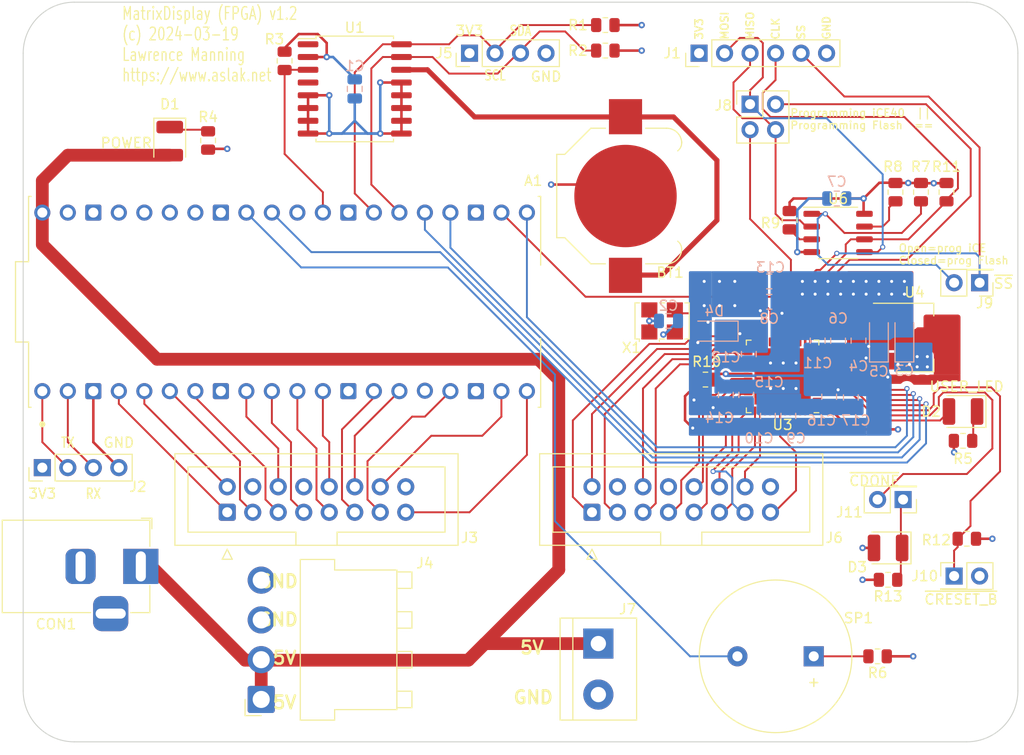
<source format=kicad_pcb>
(kicad_pcb (version 20221018) (generator pcbnew)
  (layers (0 "F.Cu" signal) (1 "In1.Cu" power "Vcc") (2 "In2.Cu" power "GND") (31 "B.Cu" signal) (34 "B.Paste" user) (35 "F.Paste" user) (36 "B.SilkS" user "B.Silkscreen") (37 "F.SilkS" user "F.Silkscreen") (38 "B.Mask" user) (39 "F.Mask" user) (44 "Edge.Cuts" user))
  (net 0 "")
  (net 1 "/UART0_TX")
  (net 2 "/UART0_RX")
  (net 3 "GND")
  (net 4 "/RED1")
  (net 5 "/GREEN1")
  (net 6 "/BLUE1")
  (net 7 "/RED2")
  (net 8 "/GREEN2")
  (net 9 "/BLUE2")
  (net 10 "/ADDRA")
  (net 11 "/ADDRB")
  (net 12 "/ADDRC")
  (net 13 "/ADDRD")
  (net 14 "/CLK")
  (net 15 "/LATCH")
  (net 16 "/OE")
  (net 17 "/SDA")
  (net 18 "/SCL")
  (net 19 "/RTCSQWAVE")
  (net 20 "/BUZZER")
  (net 21 "~{CTRL_SS}")
  (net 22 "+3V3")
  (net 23 "+5V")
  (net 24 "CTRL_MOSI")
  (net 25 "Net-(D1-K)")
  (net 27 "CTRL_MISO")
  (net 28 "CTRL_CLK")
  (net 29 "/FPGA/RED1")
  (net 30 "/FPGA/GREEN1")
  (net 31 "/FPGA/BLUE1")
  (net 32 "/FPGA/RED2")
  (net 33 "/FPGA/GREEN2")
  (net 34 "/FPGA/BLUE2")
  (net 35 "/FPGA/ADDRA")
  (net 36 "/FPGA/ADDRB")
  (net 37 "/FPGA/ADDRC")
  (net 38 "/FPGA/ADDRD")
  (net 39 "/VBAT")
  (net 40 "+1V2")
  (net 41 "Net-(U3D-VCCPLL)")
  (net 42 "/FPGA/VPP_2V5")
  (net 43 "Net-(D3-K)")
  (net 44 "/FPGA/FLASH_MOSI")
  (net 45 "/FPGA/FLASH_MISO")
  (net 46 "/FPGA/ICE_SCK")
  (net 47 "/FPGA/CDONE")
  (net 48 "Net-(R6-Pad2)")
  (net 49 "Net-(U6-IO3)")
  (net 50 "Net-(U6-IO2)")
  (net 53 "/FPGA/GLOBAL_CLK")
  (net 58 "/FPGA/CLK")
  (net 59 "/FPGA/LATCH")
  (net 60 "/FPGA/OE")
  (net 65 "/FPGA/~{CRESET_B}")
  (net 66 "Net-(D2-K)")
  (net 68 "~{CTRL_RESET}")
  (net 75 "USER_LED")
  (net 77 "/FPGA/ICE_SS")
  (net 78 "/FPGA/ICE_MISO")
  (net 79 "/FPGA/ICE_MOSI")
  (net 80 "Net-(J9-Pin_2)")
  (footprint "Package_DFN_QFN:QFN-48-1EP_7x7mm_P0.5mm_EP5.6x5.6mm" (layer "F.Cu") (at 75.63 37.27 180)
    (fp_text reference "U3")
    (fp_text value "ICE40UP5K-SG48ITR")
  )
  (footprint "Connector_PinHeader_2.54mm:PinHeader_2x01_P2.54mm_Vertical" (layer "F.Cu") (at 87.63 49.53 180)
    (fp_text reference "J11")
    (fp_text value "Conn_02x01")
  )
  (footprint "Resistor_SMD:R_0805_2012Metric" (layer "F.Cu") (at 86.1325 57.525 180)
    (fp_text reference "R13")
    (fp_text value "1K")
  )
  (footprint "Connector_PinHeader_2.54mm:PinHeader_2x01_P2.54mm_Vertical" (layer "F.Cu") (at 92.71 57.15)
    (fp_text reference "J10")
    (fp_text value "Conn_02x01")
  )
  (footprint "Package_TO_SOT_SMD:SOT-223-3_TabPin2" (layer "F.Cu") (at 88.776 33.395)
    (fp_text reference "U4")
    (fp_text value "AZ1117-1.2")
  )
  (footprint "Resistor_SMD:R_0805_2012Metric" (layer "F.Cu") (at 93.98 53.4375 180)
    (fp_text reference "R12")
    (fp_text value "10K")
  )
  (footprint "Raspberry Pi:MODULE_SC0918" (layer "F.Cu") (at 26.035 29.845 90)
    (fp_text reference "A1")
    (fp_text value "SC0918")
  )
  (footprint "Resistor_SMD:R_0805_2012Metric" (layer "F.Cu") (at 26.035 5.842 -90)
    (fp_text reference "R3")
    (fp_text value "4.7K")
  )
  (footprint "LED_SMD:LED_1210_3225Metric" (layer "F.Cu") (at 14.595 13.835 -90)
    (fp_text reference "D1")
    (fp_text value "POWERLED")
  )
  (footprint "Resistor_SMD:R_0805_2012Metric" (layer "F.Cu") (at 85.09 65.145 180)
    (fp_text reference "R6")
    (fp_text value "1K")
  )
  (footprint "Connector_PinHeader_2.54mm:PinHeader_1x06_P2.54mm_Vertical" (layer "F.Cu") (at 67.31 5.08 90)
    (fp_text reference "J1")
    (fp_text value "Conn_01x06")
  )
  (footprint "Connector_PinHeader_2.54mm:PinHeader_1x04_P2.54mm_Vertical" (layer "F.Cu") (at 1.905 46.355 90)
    (fp_text reference "J2")
    (fp_text value "Conn_01x04")
  )
  (footprint "TerminalBlock:TerminalBlock_bornier-2_P5.08mm" (layer "F.Cu") (at 57.28 63.875 -90)
    (fp_text reference "J7")
    (fp_text value "Screw_Terminal_01x02")
  )
  (footprint "Resistor_SMD:R_0805_2012Metric" (layer "F.Cu") (at 67.948 37.586 180)
    (fp_text reference "R10")
    (fp_text value "100")
  )
  (footprint "MountingHole:MountingHole_4.3mm_M4" (layer "F.Cu") (at 93.98 68.58)
    (fp_text reference "H4" hide)
    (fp_text value "HOLE")
  )
  (footprint "MountingHole:MountingHole_4.3mm_M4" (layer "F.Cu") (at 93.98 5.08)
    (fp_text reference "H2" hide)
    (fp_text value "HOLE")
  )
  (footprint "Buzzer_Beeper:Buzzer_15x7.5RM7.6" (layer "F.Cu") (at 78.73 65.145 180)
    (fp_text reference "SP1")
    (fp_text value "BUZZER")
  )
  (footprint "Connector_PinHeader_2.54mm:PinHeader_2x01_P2.54mm_Vertical" (layer "F.Cu") (at 95.25 27.94 180)
    (fp_text reference "J9")
    (fp_text value "Conn_02x01")
  )
  (footprint "Resistor_SMD:R_0805_2012Metric" (layer "F.Cu") (at 93.599 43.685 180)
    (fp_text reference "R5")
    (fp_text value "1K")
  )
  (footprint "Resistor_SMD:R_0805_2012Metric" (layer "F.Cu") (at 57.9775 4.82 180)
    (fp_text reference "R2")
    (fp_text value "4.7K")
  )
  (footprint "Connector_PinHeader_2.54mm:PinHeader_2x02_P2.54mm_Vertical" (layer "F.Cu") (at 72.39 10.16)
    (fp_text reference "J8")
    (fp_text value "Conn_02x02_Odd_Even")
  )
  (footprint "Connector_IDC:IDC-Header_2x08_P2.54mm_Vertical" (layer "F.Cu") (at 20.32 50.8 90)
    (fp_text reference "J3")
    (fp_text value "Conn_02x08_Odd_Even")
  )
  (footprint "Resistor_SMD:R_0805_2012Metric" (layer "F.Cu") (at 76.33 21.711 -90)
    (fp_text reference "R9")
    (fp_text value "10K")
  )
  (footprint "Resistor_SMD:R_0805_2012Metric" (layer "F.Cu") (at 57.9775 2.28 180)
    (fp_text reference "R1")
    (fp_text value "4.7K")
  )
  (footprint "LED_SMD:LED_1210_3225Metric" (layer "F.Cu") (at 86.1325 54.35 180)
    (fp_text reference "D3")
    (fp_text value "CDONE_LED")
  )
  (footprint "LED_SMD:LED_1210_3225Metric" (layer "F.Cu") (at 93.599 40.764 180)
    (fp_text reference "D2")
    (fp_text value "POWERLED")
  )
  (footprint "Connector_PinHeader_2.54mm:PinHeader_1x04_P2.54mm_Vertical" (layer "F.Cu") (at 44.45 5.08 90)
    (fp_text reference "J5")
    (fp_text value "Conn_01x04")
  )
  (footprint "Resistor_SMD:R_0805_2012Metric" (layer "F.Cu") (at 89.411 18.917 -90)
    (fp_text reference "R7")
    (fp_text value "10K")
  )
  (footprint "Resistor_SMD:R_0805_2012Metric" (layer "F.Cu") (at 86.871 18.917 -90)
    (fp_text reference "R8")
    (fp_text value "10K")
  )
  (footprint "MountingHole:MountingHole_4.3mm_M4" (layer "F.Cu") (at 5.08 68.58)
    (fp_text reference "H3" hide)
    (fp_text value "HOLE")
  )
  (footprint "MountingHole:MountingHole_4.3mm_M4" (layer "F.Cu") (at 5.08 5.08)
    (fp_text reference "H1" hide)
    (fp_text value "HOLE")
  )
  (footprint "Connector_JST:JST_VH_B4PS-VH_1x04_P3.96mm_Horizontal" (layer "F.Cu") (at 23.705 69.44 90)
    (fp_text reference "J4")
    (fp_text value "Conn_01x04")
  )
  (footprint "Package_SO:SOIC-16W_7.5x10.3mm_P1.27mm" (layer "F.Cu") (at 33.02 8.636)
    (fp_text reference "U1")
    (fp_text value "DS3231M")
  )
  (footprint "Oscillator:Oscillator_SMD_SeikoEpson_SG8002LB-4Pin_5.0x3.2mm" (layer "F.Cu") (at 63.63 31.744)
    (fp_text reference "X1")
    (fp_text value "50MHz")
  )
  (footprint "Resistor_SMD:R_0805_2012Metric" (layer "F.Cu") (at 18.415 13.7725 -90)
    (fp_text reference "R4")
    (fp_text value "1K")
  )
  (footprint "Battery:BatteryHolder_Keystone_3000_1x12mm" (layer "F.Cu") (at 59.985 19.304 90)
    (fp_text reference "BT1")
    (fp_text value "Battery_Cell")
  )
  (footprint "Package_SO:SOP-8_3.9x4.9mm_P1.27mm" (layer "F.Cu") (at 81.156 22.981)
    (fp_text reference "U6")
    (fp_text value "N25Q032A13ESC40F")
  )
  (footprint "Resistor_SMD:R_0805_2012Metric" (layer "F.Cu") (at 91.951 18.917 -90)
    (fp_text reference "R11")
    (fp_text value "10K")
  )
  (footprint "Connector_BarrelJack:BarrelJack_Horizontal" (layer "F.Cu") (at 11.715 56.1925)
    (fp_text reference "CON1")
    (fp_text value "POWERLJACK")
  )
  (footprint "Connector_IDC:IDC-Header_2x08_P2.54mm_Vertical" (layer "F.Cu") (at 56.645 50.8 90)
    (fp_text reference "J6")
    (fp_text value "Conn_02x08_Odd_Even")
  )
  (footprint "Capacitor_SMD:C_0805_2012Metric" (layer "B.Cu") (at 74.298 27.807)
    (fp_text reference "C13")
    (fp_text value "10n")
  )
  (footprint "Capacitor_SMD:C_0805_2012Metric" (layer "B.Cu") (at 81.156 33.715 90)
    (fp_text reference "C6")
    (fp_text value "10n")
  )
  (footprint "Capacitor_SMD:C_0805_2012Metric" (layer "B.Cu") (at 72.266 35.046 -90)
    (fp_text reference "C12")
    (fp_text value "0.1u")
  )
  (footprint "Capacitor_SMD:C_0805_2012Metric" (layer "B.Cu") (at 72.012 39.11 90)
    (fp_text reference "C15")
    (fp_text value "10n")
  )
  (footprint "Capacitor_SMD:C_0805_2012Metric" (layer "B.Cu") (at 79.124 33.71 90)
    (fp_text reference "C11")
    (fp_text value "0.1u")
  )
  (footprint "Capacitor_SMD:C_0805_2012Metric" (layer "B.Cu") (at 74.298 29.839)
    (fp_text reference "C8")
    (fp_text value "0.1u")
  )
  (footprint "Capacitor_SMD:C_0805_2012Metric" (layer "B.Cu") (at 76.203 41.208 90)
    (fp_text reference "C9")
    (fp_text value "10u")
  )
  (footprint "Capacitor_Tantalum_SMD:CP_EIA-3216-10_Kemet-I" (layer "B.Cu") (at 87.76 33.522 90)
    (fp_text reference "C3")
    (fp_text value "10u")
  )
  (footprint "Capacitor_SMD:C_0805_2012Metric" (layer "B.Cu") (at 33.02 8.636 -90)
    (fp_text reference "C1")
    (fp_text value "0.1u")
  )
  (footprint "Capacitor_SMD:C_0805_2012Metric" (layer "B.Cu") (at 74.171 41.208 90)
    (fp_text reference "C10")
    (fp_text value "100n")
  )
  (footprint "Capacitor_SMD:C_0805_2012Metric" (layer "B.Cu") (at 64.265 31.744)
    (fp_text reference "C2")
    (fp_text value "0.1u")
  )
  (footprint "Capacitor_Tantalum_SMD:CP_EIA-3216-10_Kemet-I" (layer "B.Cu") (at 85.22 33.522 90)
    (fp_text reference "C5")
    (fp_text value "10u")
  )
  (footprint "Capacitor_SMD:C_0805_2012Metric" (layer "B.Cu") (at 82.426 39.364 -90)
    (fp_text reference "C17")
    (fp_text value "10n")
  )
  (footprint "Diode_SMD:D_SOD-123" (layer "B.Cu") (at 68.837 32.76 180)
    (fp_text reference "D4")
    (fp_text value "MBR130")
  )
  (footprint "Capacitor_SMD:C_0805_2012Metric" (layer "B.Cu") (at 69.98 39.11 90)
    (fp_text reference "C14")
    (fp_text value "0.1u")
  )
  (footprint "Capacitor_SMD:C_0805_2012Metric" (layer "B.Cu") (at 81.029 19.552 180)
    (fp_text reference "C7")
    (fp_text value "0.1u")
  )
  (footprint "Capacitor_SMD:C_0805_2012Metric" (layer "B.Cu") (at 83.188 33.71 90)
    (fp_text reference "C4")
    (fp_text value "0.1u")
  )
  (footprint "Capacitor_SMD:C_0805_2012Metric" (layer "B.Cu") (at 80.267 39.298 -90)
    (fp_text reference "C16")
    (fp_text value "0.1u")
  )
  (gr_arc (start 99.06 68.58) (mid 97.572102 72.172102) (end 93.98 73.66) (stroke (width 0.1)) (layer "Edge.Cuts"))
  (gr_line (start 0 68.58) (end 0 5.08) (stroke (width 0.1)) (layer "Edge.Cuts"))
  (gr_arc (start 5.08 73.66) (mid 1.487898 72.172102) (end 0 68.58) (stroke (width 0.1)) (layer "Edge.Cuts"))
  (gr_line (start 5.08 73.66) (end 93.98 73.66) (stroke (width 0.1)) (layer "Edge.Cuts"))
  (gr_arc (start 93.98 0) (mid 97.572102 1.487898) (end 99.06 5.08) (stroke (width 0.1)) (layer "Edge.Cuts"))
  (gr_arc (start 0 5.08) (mid 1.487898 1.487898) (end 5.08 0) (stroke (width 0.1)) (layer "Edge.Cuts"))
  (gr_line (start 99.06 68.58) (end 99.06 5.08) (stroke (width 0.1)) (layer "Edge.Cuts"))
  (gr_line (start 5.08 0) (end 93.98 0) (stroke (width 0.1)) (layer "Edge.Cuts"))
  (gr_text "SS" (at 77.47 3.81 90) (layer "F.SilkS") (effects (font (size 0.762 0.762)) (justify left)))
  (gr_text "5V" (at 26.035 70.485) (layer "F.SilkS") (effects (font (size 1.27 1.27) (thickness 0.254) bold) (justify bottom)))
  (gr_text "Programming iCE40  ||\nProgramming Flash  ==" (at 76.327 12.7) (layer "F.SilkS") (effects (font (size 0.762 0.762) (thickness 0.127)) (justify left bottom)))
  (gr_text "GND" (at 52.07 7.995) (layer "F.SilkS") (effects (font (size 1 1)) (justify bottom)))
  (gr_text "GND" (at 9.525 44.45) (layer "F.SilkS") (effects (font (size 1 1)) (justify bottom)))
  (gr_text "GND" (at 25.4 58.42) (layer "F.SilkS") (effects (font (size 1.27 1.27) (thickness 0.254) bold) (justify bottom)))
  (gr_text "GND" (at 50.8 69.977) (layer "F.SilkS") (effects (font (size 1.27 1.27) (thickness 0.254) bold) (justify bottom)))
  (gr_text "GND" (at 80.01 3.81 90) (layer "F.SilkS") (effects (font (size 0.762 0.762)) (justify left)))
  (gr_text "5V" (at 26.035 66.04) (layer "F.SilkS") (effects (font (size 1.27 1.27) (thickness 0.254) bold) (justify bottom)))
  (gr_text "RX" (at 6.985 49.53) (layer "F.SilkS") (effects (font (size 1 0.762)) (justify bottom)))
  (gr_text "POWER" (at 7.62 14.605) (layer "F.SilkS") (effects (font (size 1 1)) (justify left bottom)))
  (gr_text "Open=prog iCE\nClosed=prog Flash" (at 87.122 26.162) (layer "F.SilkS") (effects (font (size 0.762 0.762) (thickness 0.127)) (justify left bottom)))
  (gr_text "MOSI" (at 69.85 3.81 90) (layer "F.SilkS") (effects (font (size 0.762 0.762)) (justify left)))
  (gr_text "SDA" (at 49.53 3.429) (layer "F.SilkS") (effects (font (size 1 0.762)) (justify bottom)))
  (gr_text "~{CDONE}" (at 82.169 48.26) (layer "F.SilkS") (effects (font (size 1 1)) (justify left bottom)))
  (gr_text "~{CRESET_B}" (at 89.662 60.071) (layer "F.SilkS") (effects (font (size 1 1)) (justify left bottom)))
  (gr_text "3V3" (at 1.905 49.53) (layer "F.SilkS") (effects (font (size 1 1)) (justify bottom)))
  (gr_text "TX" (at 4.445 44.45) (layer "F.SilkS") (effects (font (size 1 0.762)) (justify bottom)))
  (gr_text "GND" (at 25.4 62.23) (layer "F.SilkS") (effects (font (size 1.27 1.27) (thickness 0.254) bold) (justify bottom)))
  (gr_text "3V3" (at 67.31 3.81 90) (layer "F.SilkS") (effects (font (size 0.762 0.762)) (justify left)))
  (gr_text "SCL" (at 46.99 7.868) (layer "F.SilkS") (effects (font (size 1 0.762)) (justify bottom)))
  (gr_text "~{SS}" (at 96.58 28.605) (layer "F.SilkS") (effects (font (size 1 1)) (justify left bottom)))
  (gr_text "CLK" (at 74.93 3.81 90) (layer "F.SilkS") (effects (font (size 0.762 0.762)) (justify left)))
  (gr_text "USER_LED" (at 90.17 38.862) (layer "F.SilkS") (effects (font (size 1 1)) (justify left bottom)))
  (gr_text "MISO" (at 72.39 3.81 90) (layer "F.SilkS") (effects (font (size 0.762 0.762)) (justify left)))
  (gr_text "5V" (at 50.673 65.024) (layer "F.SilkS") (effects (font (size 1.27 1.27) (thickness 0.254) bold) (justify bottom)))
  (gr_text "3V3" (at 44.45 3.429) (layer "F.SilkS") (effects (font (size 1 1)) (justify bottom)))
  (gr_text "MatrixDisplay (FPGA) v1.2\n(c) 2024-03-19\nLawrence Manning\nhttps://www.aslak.net" (at 9.779 8.001) (layer "F.SilkS") (effects (font (size 1.27 0.889) (thickness 0.127) bold) (justify left bottom)))
  (segment (start 4.445 46.355) (end 1.905 43.815) (width 0.1905) (layer "F.Cu") (net 1))
  (segment (start 1.905 43.815) (end 1.905 38.735) (width 0.1905) (layer "F.Cu") (net 1))
  (segment (start 4.445 38.735) (end 4.445 43.815) (width 0.1905) (layer "F.Cu") (net 2))
  (segment (start 4.445 43.815) (end 6.985 46.355) (width 0.1905) (layer "F.Cu") (net 2))
  (segment (start 6.985 38.735) (end 6.985 43.815) (width 0.254) (layer "F.Cu") (net 3))
  (segment (start 30.48 9.271) (end 28.194 9.271) (width 0.254) (layer "F.Cu") (net 3))
  (segment (start 35.56 13.081) (end 37.846 13.081) (width 0.254) (layer "F.Cu") (net 3))
  (segment (start 28.37 11.811) (end 28.37 10.746) (width 0.254) (layer "F.Cu") (net 3))
  (segment (start 92.6865 44.8045) (end 92.6865 43.685) (width 0.254) (layer "F.Cu") (net 3))
  (segment (start 37.67 13.081) (end 37.67 12.016) (width 0.254) (layer "F.Cu") (net 3))
  (segment (start 18.415 14.605) (end 20.32 14.605) (width 0.254) (layer "F.Cu") (net 3))
  (segment (start 63.841 33.014) (end 64.9 33.014) (width 0.254) (layer "F.Cu") (net 3))
  (segment (start 63.757 33.098) (end 63.841 33.014) (width 0.254) (layer "F.Cu") (net 3))
  (segment (start 52.578 18.161) (end 60.706 18.161) (width 0.254) (layer "F.Cu") (net 3))
  (segment (start 28.37 10.541) (end 28.37 9.476) (width 0.254) (layer "F.Cu") (net 3))
  (segment (start 35.56 8.001) (end 37.67 8.001) (width 0.254) (layer "F.Cu") (net 3))
  (segment (start 78.362 24.886) (end 77.092 24.886) (width 0.254) (layer "F.Cu") (net 3))
  (segment (start 37.67 9.271) (end 37.67 8.206) (width 0.254) (layer "F.Cu") (net 3))
  (segment (start 37.67 10.541) (end 37.67 9.476) (width 0.254) (layer "F.Cu") (net 3))
  (segment (start 85.22 57.525) (end 83.5925 57.525) (width 0.254) (layer "F.Cu") (net 3))
  (segment (start 28.37 13.081) (end 28.37 12.016) (width 0.254) (layer "F.Cu") (net 3))
  (segment (start 60.706 18.161) (end 60.833 18.288) (width 0.254) (layer "F.Cu") (net 3))
  (segment (start 92.71 44.828) (end 92.6865 44.8045) (width 0.254) (layer "F.Cu") (net 3))
  (segment (start 37.67 11.811) (end 37.67 10.746) (width 0.254) (layer "F.Cu") (net 3))
  (segment (start 30.48 13.081) (end 28.37 13.081) (width 0.254) (layer "F.Cu") (net 3))
  (segment (start 86.36 65.145) (end 88.635 65.145) (width 0.254) (layer "F.Cu") (net 3))
  (segment (start 6.985 43.815) (end 9.525 46.355) (width 0.254) (layer "F.Cu") (net 3))
  (via (at 35.56 8.001) (size 0.635) (drill 0.3048) (layers "F.Cu" "B.Cu") (net 3))
  (via (at 76.965 38.475) (size 0.635) (drill 0.3048) (layers "F.Cu" "B.Cu") (net 3))
  (via (at 85.22 27.807) (size 0.635) (drill 0.3048) (layers "F.Cu" "B.Cu") (net 3))
  (via (at 82.68 29.077) (size 0.635) (drill 0.3048) (layers "F.Cu" "B.Cu") (net 3))
  (via (at 20.32 14.605) (size 0.635) (drill 0.3048) (layers "F.Cu" "B.Cu") (net 3))
  (via (at 75.695 38.475) (size 0.635) (drill 0.3048) (layers "F.Cu" "B.Cu") (net 3))
  (via (at 74.425 38.475) (size 0.635) (drill 0.3048) (layers "F.Cu" "B.Cu") (net 3))
  (via (at 80.14 29.077) (size 0.635) (drill 0.3048) (layers "F.Cu" "B.Cu") (net 3))
  (via (at 76.965 35.935) (size 0.635) (drill 0.3048) (layers "F.Cu" "B.Cu") (net 3))
  (via (at 35.56 13.081) (size 0.635) (drill 0.3048) (layers "F.Cu" "B.Cu") (net 3))
  (via (at 52.578 18.161) (size 0.635) (drill 0.3048) (layers "F.Cu" "B.Cu") (net 3))
  (via (at 81.41 27.807) (size 0.635) (drill 0.3048) (layers "F.Cu" "B.Cu") (net 3))
  (via (at 74.425 35.935) (size 0.635) (drill 0.3048) (layers "F.Cu" "B.Cu") (net 3))
  (via (at 86.49 29.077) (size 0.635) (drill 0.3048) (layers "F.Cu" "B.Cu") (net 3))
  (via (at 63.757 33.098) (size 0.635) (drill 0.3048) (layers "F.Cu" "B.Cu") (net 3))
  (via (at 78.87 27.807) (size 0.635) (drill 0.3048) (layers "F.Cu" "B.Cu") (net 3))
  (via (at 30.48 9.271) (size 0.635) (drill 0.3048) (layers "F.Cu" "B.Cu") (net 3))
  (via (at 30.48 13.081) (size 0.635) (drill 0.3048) (layers "F.Cu" "B.Cu") (net 3))
  (via (at 81.41 29.077) (size 0.635) (drill 0.3048) (layers "F.Cu" "B.Cu") (net 3))
  (via (at 77.092 24.886) (size 0.635) (drill 0.3048) (layers "F.Cu" "B.Cu") (net 3))
  (via (at 77.6 29.077) (size 0.635) (drill 0.3048) (layers "F.Cu" "B.Cu") (net 3))
  (via (at 78.87 29.077) (size 0.635) (drill 0.3048) (layers "F.Cu" "B.Cu") (net 3))
  (via (at 87.76 27.807) (size 0.635) (drill 0.3048) (layers "F.Cu" "B.Cu") (net 3))
  (via (at 83.95 29.077) (size 0.635) (drill 0.3048) (layers "F.Cu" "B.Cu") (net 3))
  (via (at 75.568 30.982) (size 0.635) (drill 0.3048) (layers "F.Cu" "B.Cu") (net 3))
  (via (at 92.71 44.828) (size 0.635) (drill 0.3048) (layers "F.Cu" "B.Cu") (net 3))
  (via (at 85.22 29.077) (size 0.635) (drill 0.3048) (layers "F.Cu" "B.Cu") (net 3))
  (via (at 80.14 27.807) (size 0.635) (drill 0.3048) (layers "F.Cu" "B.Cu") (net 3))
  (via (at 86.49 27.807) (size 0.635) (drill 0.3048) (layers "F.Cu" "B.Cu") (net 3))
  (via (at 87.76 29.077) (size 0.635) (drill 0.3048) (layers "F.Cu" "B.Cu") (net 3))
  (via (at 88.635 65.145) (size 0.635) (drill 0.3048) (layers "F.Cu" "B.Cu") (net 3))
  (via (at 82.68 27.807) (size 0.635) (drill 0.3048) (layers "F.Cu" "B.Cu") (net 3))
  (via (at 77.6 27.807) (size 0.635) (drill 0.3048) (layers "F.Cu" "B.Cu") (net 3))
  (via (at 83.95 27.807) (size 0.635) (drill 0.3048) (layers "F.Cu" "B.Cu") (net 3))
  (via (at 83.5925 57.525) (size 0.635) (drill 0.3048) (layers "F.Cu" "B.Cu") (net 3))
  (via (at 75.695 35.935) (size 0.635) (drill 0.3048) (layers "F.Cu" "B.Cu") (net 3))
  (segment (start 33.02 9.586) (end 33.02 11.811) (width 0.254) (layer "B.Cu") (net 3))
  (segment (start 71.88 36.565) (end 71.885 36.57) (width 0.254) (layer "B.Cu") (net 3))
  (segment (start 31.75 13.081) (end 30.48 13.081) (width 0.254) (layer "B.Cu") (net 3))
  (segment (start 77.092 24.886) (end 77.092 20.695) (width 0.254) (layer "B.Cu") (net 3))
  (segment (start 30.48 13.081) (end 30.48 9.271) (width 0.254) (layer "B.Cu") (net 3))
  (segment (start 63.861 33.098) (end 65.215 31.744) (width 0.254) (layer "B.Cu") (net 3))
  (segment (start 79.51 32.765) (end 79.505 32.76) (width 0.254) (layer "B.Cu") (net 3))
  (segment (start 33.02 11.811) (end 31.75 13.081) (width 0.254) (layer "B.Cu") (net 3))
  (segment (start 35.56 8.001) (end 35.56 13.081) (width 0.254) (layer "B.Cu") (net 3))
  (segment (start 30.48 13.081) (end 35.56 13.081) (width 0.254) (layer "B.Cu") (net 3))
  (segment (start 34.29 13.081) (end 35.56 13.081) (width 0.254) (layer "B.Cu") (net 3))
  (segment (start 84.585 31.965) (end 85.22 31.965) (width 0.254) (layer "B.Cu") (net 3))
  (segment (start 83.785 32.765) (end 84.585 31.965) (width 0.254) (layer "B.Cu") (net 3))
  (segment (start 33.02 11.811) (end 34.29 13.081) (width 0.254) (layer "B.Cu") (net 3))
  (segment (start 78.235 19.552) (end 80.079 19.552) (width 0.254) (layer "B.Cu") (net 3))
  (segment (start 63.757 33.098) (end 63.861 33.098) (width 0.254) (layer "B.Cu") (net 3))
  (segment (start 77.092 20.695) (end 78.235 19.552) (width 0.254) (layer "B.Cu") (net 3))
  (segment (start 9.525 40.005) (end 9.525 38.735) (width 0.1905) (layer "F.Cu") (net 4))
  (segment (start 20.32 50.8) (end 9.525 40.005) (width 0.1905) (layer "F.Cu") (net 4))
  (segment (start 20.32 48.26) (end 12.065 40.005) (width 0.1905) (layer "F.Cu") (net 5))
  (segment (start 12.065 40.005) (end 12.065 38.735) (width 0.1905) (layer "F.Cu") (net 5))
  (segment (start 21.59 49.53) (end 21.59 45.72) (width 0.1905) (layer "F.Cu") (net 6))
  (segment (start 21.59 45.72) (end 14.605 38.735) (width 0.1905) (layer "F.Cu") (net 6))
  (segment (start 22.86 50.8) (end 21.59 49.53) (width 0.1905) (layer "F.Cu") (net 6))
  (segment (start 17.145 38.735) (end 17.145 39.37) (width 0.1905) (layer "F.Cu") (net 7))
  (segment (start 17.145 39.37) (end 24.13 46.355) (width 0.1905) (layer "F.Cu") (net 7))
  (segment (start 24.13 49.53) (end 25.4 50.8) (width 0.1905) (layer "F.Cu") (net 7))
  (segment (start 24.13 46.355) (end 24.13 49.53) (width 0.1905) (layer "F.Cu") (net 7))
  (segment (start 22.225 41.275) (end 22.225 38.735) (width 0.1905) (layer "F.Cu") (net 8))
  (segment (start 25.4 48.26) (end 25.4 44.45) (width 0.1905) (layer "F.Cu") (net 8))
  (segment (start 25.4 44.45) (end 22.225 41.275) (width 0.1905) (layer "F.Cu") (net 8))
  (segment (start 26.67 49.53) (end 26.67 43.815) (width 0.1905) (layer "F.Cu") (net 9))
  (segment (start 26.67 43.815) (end 24.765 41.91) (width 0.1905) (layer "F.Cu") (net 9))
  (segment (start 27.94 50.8) (end 26.67 49.53) (width 0.1905) (layer "F.Cu") (net 9))
  (segment (start 24.765 41.91) (end 24.765 38.735) (width 0.1905) (layer "F.Cu") (net 9))
  (segment (start 27.305 42.545) (end 27.305 38.735) (width 0.1905) (layer "F.Cu") (net 10))
  (segment (start 30.48 50.8) (end 29.21 49.53) (width 0.1905) (layer "F.Cu") (net 10))
  (segment (start 29.21 44.45) (end 27.305 42.545) (width 0.1905) (layer "F.Cu") (net 10))
  (segment (start 29.21 49.53) (end 29.21 44.45) (width 0.1905) (layer "F.Cu") (net 10))
  (segment (start 29.845 38.735) (end 29.845 43.18) (width 0.1905) (layer "F.Cu") (net 11))
  (segment (start 30.48 43.815) (end 30.48 48.26) (width 0.1905) (layer "F.Cu") (net 11))
  (segment (start 29.845 43.18) (end 30.48 43.815) (width 0.1905) (layer "F.Cu") (net 11))
  (segment (start 31.75 49.53) (end 31.75 42.545) (width 0.1905) (layer "F.Cu") (net 12))
  (segment (start 31.75 42.545) (end 34.925 39.37) (width 0.1905) (layer "F.Cu") (net 12))
  (segment (start 33.02 50.8) (end 31.75 49.53) (width 0.1905) (layer "F.Cu") (net 12))
  (segment (start 33.02 43.18) (end 33.02 48.26) (width 0.1905) (layer "F.Cu") (net 13))
  (segment (start 37.465 38.735) (end 33.02 43.18) (width 0.1905) (layer "F.Cu") (net 13))
  (segment (start 34.29 49.53) (end 34.29 45.72) (width 0.1905) (layer "F.Cu") (net 14))
  (segment (start 35.56 50.8) (end 34.29 49.53) (width 0.1905) (layer "F.Cu") (net 14))
  (segment (start 40.005 41.275) (end 42.545 38.735) (width 0.1905) (layer "F.Cu") (net 14))
  (segment (start 38.735 41.275) (end 40.005 41.275) (width 0.1905) (layer "F.Cu") (net 14))
  (segment (start 34.29 45.72) (end 38.735 41.275) (width 0.1905) (layer "F.Cu") (net 14))
  (segment (start 45.72 43.18) (end 47.625 41.275) (width 0.1905) (layer "F.Cu") (net 15))
  (segment (start 47.625 41.275) (end 47.625 38.735) (width 0.1905) (layer "F.Cu") (net 15))
  (segment (start 35.56 48.26) (end 40.64 43.18) (width 0.1905) (layer "F.Cu") (net 15))
  (segment (start 40.64 43.18) (end 45.72 43.18) (width 0.1905) (layer "F.Cu") (net 15))
  (segment (start 38.1 50.8) (end 44.45 50.8) (width 0.1905) (layer "F.Cu") (net 16))
  (segment (start 44.45 50.8) (end 50.165 45.085) (width 0.1905) (layer "F.Cu") (net 16))
  (segment (start 50.165 45.085) (end 50.165 38.735) (width 0.1905) (layer "F.Cu") (net 16))
  (segment (start 51.435 2.915) (end 49.53 4.82) (width 0.1905) (layer "F.Cu") (net 17))
  (segment (start 34.671 18.161) (end 34.671 6.604) (width 0.1905) (layer "F.Cu") (net 17))
  (segment (start 37.465 20.955) (end 34.671 18.161) (width 0.1905) (layer "F.Cu") (net 17))
  (segment (start 40.767 5.461) (end 42.418 7.112) (width 0.1905) (layer "F.Cu") (net 17))
  (segment (start 53.975 2.915) (end 51.435 2.915) (width 0.1905) (layer "F.Cu") (net 17))
  (segment (start 55.88 4.82) (end 53.975 2.915) (width 0.1905) (layer "F.Cu") (net 17))
  (segment (start 57.15 4.82) (end 55.88 4.82) (width 0.1905) (layer "F.Cu") (net 17))
  (segment (start 37.67 5.461) (end 40.767 5.461) (width 0.1905) (layer "F.Cu") (net 17))
  (segment (start 35.814 5.461) (end 37.973 5.461) (width 0.1905) (layer "F.Cu") (net 17))
  (segment (start 34.671 6.604) (end 35.814 5.461) (width 0.1905) (layer "F.Cu") (net 17))
  (segment (start 47.244 7.112) (end 49.53 4.826) (width 0.1905) (layer "F.Cu") (net 17))
  (segment (start 42.418 7.112) (end 47.244 7.112) (width 0.1905) (layer "F.Cu") (net 17))
  (segment (start 46.99 4.82) (end 49.53 2.28) (width 0.1905) (layer "F.Cu") (net 18))
  (segment (start 33.02 6.985) (end 35.814 4.191) (width 0.1905) (layer "F.Cu") (net 18))
  (segment (start 35.814 4.191) (end 37.719 4.191) (width 0.1905) (layer "F.Cu") (net 18))
  (segment (start 33.02 19.05) (end 33.02 6.985) (width 0.1905) (layer "F.Cu") (net 18))
  (segment (start 42.418 4.191) (end 43.307 3.302) (width 0.1905) (layer "F.Cu") (net 18))
  (segment (start 57.15 2.28) (end 49.53 2.28) (width 0.1905) (layer "F.Cu") (net 18))
  (segment (start 45.466 3.302) (end 46.99 4.826) (width 0.1905) (layer "F.Cu") (net 18))
  (segment (start 34.925 20.955) (end 33.02 19.05) (width 0.1905) (layer "F.Cu") (net 18))
  (segment (start 43.307 3.302) (end 45.466 3.302) (width 0.1905) (layer "F.Cu") (net 18))
  (segment (start 37.67 4.191) (end 42.418 4.191) (width 0.1905) (layer "F.Cu") (net 18))
  (segment (start 26.035 6.731) (end 26.035 15.113) (width 0.1905) (layer "F.Cu") (net 19))
  (segment (start 29.845 18.923) (end 29.845 21.209) (width 0.1905) (layer "F.Cu") (net 19))
  (segment (start 27.305 6.731) (end 26.035 6.731) (width 0.1905) (layer "F.Cu") (net 19))
  (segment (start 26.035 15.113) (end 29.845 18.923) (width 0.1905) (layer "F.Cu") (net 19))
  (segment (start 52.959 51.689) (end 52.959 37.084) (width 0.1905) (layer "B.Cu") (net 20))
  (segment (start 52.959 37.084) (end 42.291 26.416) (width 0.1905) (layer "B.Cu") (net 20))
  (segment (start 27.686 26.416) (end 22.225 20.955) (width 0.1905) (layer "B.Cu") (net 20))
  (segment (start 71.12 65.145) (end 66.415 65.145) (width 0.1905) (layer "B.Cu") (net 20))
  (segment (start 42.291 26.416) (end 27.686 26.416) (width 0.1905) (layer "B.Cu") (net 20))
  (segment (start 66.415 65.145) (end 52.959 51.689) (width 0.1905) (layer "B.Cu") (net 20))
  (segment (start 74.96475 29.62575) (end 74.676 29.337) (width 0.1905) (layer "F.Cu") (net 21))
  (segment (start 74.676 29.337) (end 56.007 29.337) (width 0.1905) (layer "F.Cu") (net 21))
  (segment (start 75.88 32.446) (end 74.96475 31.53075) (width 0.1905) (layer "F.Cu") (net 21))
  (segment (start 74.96475 31.53075) (end 74.96475 29.62575) (width 0.1905) (layer "F.Cu") (net 21))
  (segment (start 56.007 29.337) (end 47.625 20.955) (width 0.1905) (layer "F.Cu") (net 21))
  (segment (start 75.88 33.8325) (end 75.88 32.446) (width 0.1905) (layer "F.Cu") (net 21))
  (segment (start 94.8925 53.4375) (end 96.52 53.4375) (width 0.254) (layer "F.Cu") (net 22))
  (segment (start 71.205 38.52) (end 72.1925 38.52) (width 0.254) (layer "F.Cu") (net 22))
  (segment (start 87.122 42.545) (end 82.39 42.545) (width 0.254) (layer "F.Cu") (net 22))
  (segment (start 79.865 40.02) (end 79.0675 40.02) (width 0.254) (layer "F.Cu") (net 22))
  (segment (start 85.267 17.981) (end 86.871 17.981) (width 0.254) (layer "F.Cu") (net 22))
  (segment (start 89.2605 18.0045) (end 89.284 18.028) (width 0.254) (layer "F.Cu") (net 22))
  (segment (start 76.33 19.933) (end 76.33 20.7985) (width 0.254) (layer "F.Cu") (net 22))
  (segment (start 82.39 42.545) (end 79.865 40.02) (width 0.254) (layer "F.Cu") (net 22))
  (segment (start 76.711 19.552) (end 76.33 19.933) (width 0.254) (layer "F.Cu") (net 22))
  (segment (start 90.681 18.028) (end 91.951 18.028) (width 0.254) (layer "F.Cu") (net 22))
  (segment (start 29.337 3.175) (end 27.432 3.175) (width 0.254) (layer "F.Cu") (net 22))
  (segment (start 83.696 19.552) (end 76.711 19.552) (width 0.254) (layer "F.Cu") (net 22))
  (segment (start 69.345 40.38) (end 68.71 40.38) (width 0.254) (layer "F.Cu") (net 22))
  (segment (start 73.409 30.728) (end 73.88 31.199) (width 0.254) (layer "F.Cu") (net 22))
  (segment (start 69.599 40.126) (end 71.205 38.52) (width 0.254) (layer "F.Cu") (net 22))
  (segment (start 83.696 19.552) (end 85.267 17.981) (width 0.254) (layer "F.Cu") (net 22))
  (segment (start 86.871 18.0045) (end 88.141 18.0045) (width 0.254) (layer "F.Cu") (net 22))
  (segment (start 84.7325 54.35) (end 83.5925 54.35) (width 0.254) (layer "F.Cu") (net 22))
  (segment (start 73.88 31.199) (end 73.88 33.8325) (width 0.254) (layer "F.Cu") (net 22))
  (segment (start 30.226 5.461) (end 30.226 4.064) (width 0.254) (layer "F.Cu") (net 22))
  (segment (start 62.36 31.744) (end 62.36 32.844) (width 0.254) (layer "F.Cu") (net 22))
  (segment (start 27.432 3.175) (end 26.035 4.572) (width 0.254) (layer "F.Cu") (net 22))
  (segment (start 83.696 19.552) (end 83.696 21.076) (width 0.254) (layer "F.Cu") (net 22))
  (segment (start 62.36 31.744) (end 62.36 30.644) (width 0.254) (layer "F.Cu") (net 22))
  (segment (start 89.284 18.028) (end 90.681 18.028) (width 0.254) (layer "F.Cu") (net 22))
  (segment (start 30.226 5.461) (end 27.94 5.461) (width 0.254) (layer "F.Cu") (net 22))
  (segment (start 88.141 18.0045) (end 89.2605 18.0045) (width 0.254) (layer "F.Cu") (net 22))
  (segment (start 30.226 4.064) (end 29.337 3.175) (width 0.254) (layer "F.Cu") (net 22))
  (segment (start 69.599 40.126) (end 69.345 40.38) (width 0.254) (layer "F.Cu") (net 22))
  (segment (start 59.44 2.28) (end 61.595 2.28) (width 0.254) (layer "F.Cu") (net 22))
  (segment (start 59.44 4.82) (end 61.595 4.82) (width 0.254) (layer "F.Cu") (net 22))
  (via (at 90.046 35.3) (size 0.635) (drill 0.3048) (layers "F.Cu" "B.Cu") (net 22))
  (via (at 62.36 31.744) (size 0.635) (drill 0.3048) (layers "F.Cu" "B.Cu") (net 22))
  (via (at 68.71 40.38) (size 0.635) (drill 0.3048) (layers "F.Cu" "B.Cu") (net 22))
  (via (at 89.03 35.3) (size 0.635) (drill 0.3048) (layers "F.Cu" "B.Cu") (net 22))
  (via (at 88.268 36.062) (size 0.635) (drill 0.3048) (layers "F.Cu" "B.Cu") (net 22))
  (via (at 67.186 33.903) (size 0.635) (drill 0.3048) (layers "F.Cu" "B.Cu") (net 22))
  (via (at 70.869 30.22) (size 0.635) (drill 0.3048) (layers "F.Cu" "B.Cu") (net 22))
  (via (at 96.52 53.4375) (size 0.635) (drill 0.3048) (layers "F.Cu" "B.Cu") (net 22))
  (via (at 68.202 31.871) (size 0.635) (drill 0.3048) (layers "F.Cu" "B.Cu") (net 22))
  (via (at 90.681 18.028) (size 0.635) (drill 0.3048) (layers "F.Cu" "B.Cu") (net 22))
  (via (at 30.226 5.461) (size 0.635) (drill 0.3048) (layers "F.Cu" "B.Cu") (net 22))
  (via (at 67.821 30.22) (size 0.635) (drill 0.3048) (layers "F.Cu" "B.Cu") (net 22))
  (via (at 70.869 27.807) (size 0.635) (drill 0.3048) (layers "F.Cu" "B.Cu") (net 22))
  (via (at 61.595 2.28) (size 0.635) (drill 0.3048) (layers "F.Cu" "B.Cu") (net 22))
  (via (at 90.046 36.316) (size 0.635) (drill 0.3048) (layers "F.Cu" "B.Cu") (net 22))
  (via (at 69.345 27.807) (size 0.635) (drill 0.3048) (layers "F.Cu" "B.Cu") (net 22))
  (via (at 67.821 27.807) (size 0.635) (drill 0.3048) (layers "F.Cu" "B.Cu") (net 22))
  (via (at 89.03 36.316) (size 0.635) (drill 0.3048) (layers "F.Cu" "B.Cu") (net 22))
  (via (at 87.122 42.545) (size 0.635) (drill 0.3048) (layers "F.Cu" "B.Cu") (net 22))
  (via (at 83.696 19.552) (size 0.635) (drill 0.3048) (layers "F.Cu" "B.Cu") (net 22))
  (via (at 73.409 30.728) (size 0.635) (drill 0.3048) (layers "F.Cu" "B.Cu") (net 22))
  (via (at 66.805 39.618) (size 0.635) (drill 0.3048) (layers "F.Cu" "B.Cu") (net 22))
  (via (at 88.141 18.0045) (size 0.635) (drill 0.3048) (layers "F.Cu" "B.Cu") (net 22))
  (via (at 61.595 4.82) (size 0.635) (drill 0.3048) (layers "F.Cu" "B.Cu") (net 22))
  (via (at 87.125 36.062) (size 0.635) (drill 0.3048) (layers "F.Cu" "B.Cu") (net 22))
  (via (at 83.5925 54.35) (size 0.635) (drill 0.3048) (layers "F.Cu" "B.Cu") (net 22))
  (via (at 69.345 30.22) (size 0.635) (drill 0.3048) (layers "F.Cu" "B.Cu") (net 22))
  (segment (start 88.014 35.173) (end 88.014 34.919) (width 0.254) (layer "B.Cu") (net 22))
  (segment (start 87.705 34.745) (end 87.76 34.745) (width 0.254) (layer "B.Cu") (net 22))
  (segment (start 87.76 35.427) (end 87.76 34.618) (width 0.254) (layer "B.Cu") (net 22))
  (segment (start 62.36 31.744) (end 62.995 31.744) (width 0.254) (layer "B.Cu") (net 22))
  (segment (start 83.696 19.552) (end 81.979 19.552) (width 0.254) (layer "B.Cu") (net 22))
  (segment (start 30.226 5.461) (end 30.861 5.461) (width 0.254) (layer "B.Cu") (net 22))
  (segment (start 30.861 5.461) (end 33.02 7.62) (width 0.254) (layer "B.Cu") (net 22))
  (segment (start 44.375 65.48) (end 45.974 63.881) (width 1.27) (layer "F.Cu") (net 23))
  (segment (start 53.34 56.515) (end 53.34 37.592) (width 1.27) (layer "F.Cu") (net 23))
  (segment (start 44.323 65.532) (end 44.375 65.48) (width 1.27) (layer "F.Cu") (net 23))
  (segment (start 12.065 56.1925) (end 12.7585 56.1925) (width 1.27) (layer "F.Cu") (net 23))
  (segment (start 13.335 35.56) (end 1.905 24.13) (width 1.27) (layer "F.Cu") (net 23))
  (segment (start 44.375 65.48) (end 53.34 56.515) (width 1.27) (layer "F.Cu") (net 23))
  (segment (start 45.974 63.881) (end 57.277 63.881) (width 1.27) (layer "F.Cu") (net 23))
  (segment (start 12.7585 56.1925) (end 22.098 65.532) (width 1.27) (layer "F.Cu") (net 23))
  (segment (start 22.098 65.532) (end 44.323 65.532) (width 1.27) (layer "F.Cu") (net 23))
  (segment (start 1.905 24.13) (end 1.905 20.955) (width 1.27) (layer "F.Cu") (net 23))
  (segment (start 51.308 35.56) (end 13.335 35.56) (width 1.27) (layer "F.Cu") (net 23))
  (segment (start 14.595 15.24) (end 4.445 15.24) (width 1.27) (layer "F.Cu") (net 23))
  (segment (start 23.705 65.915) (end 23.705 69.44) (width 1.27) (layer "F.Cu") (net 23))
  (segment (start 1.905 17.78) (end 1.905 20.955) (width 1.27) (layer "F.Cu") (net 23))
  (segment (start 4.445 15.24) (end 1.905 17.78) (width 1.27) (layer "F.Cu") (net 23))
  (segment (start 53.34 37.592) (end 51.308 35.56) (width 1.27) (layer "F.Cu") (net 23))
  (segment (start 85.852 39.624) (end 81.748 35.52) (width 0.1905) (layer "F.Cu") (net 24))
  (segment (start 89.154 39.624) (end 85.852 39.624) (width 0.1905) (layer "F.Cu") (net 24))
  (segment (start 89.281 39.497) (end 89.154 39.624) (width 0.1905) (layer "F.Cu") (net 24))
  (segment (start 81.748 35.52) (end 79.0675 35.52) (width 0.1905) (layer "F.Cu") (net 24))
  (via (at 89.281 39.497) (size 0.508) (drill 0.3048) (layers "F.Cu" "B.Cu") (net 24))
  (segment (start 62.6745 45.339) (end 40.005 22.6695) (width 0.1905) (layer "B.Cu") (net 24))
  (segment (start 89.281 39.497) (end 89.281 43.561) (width 0.1905) (layer "B.Cu") (net 24))
  (segment (start 87.503 45.339) (end 62.6745 45.339) (width 0.1905) (layer "B.Cu") (net 24))
  (segment (start 89.281 43.561) (end 87.503 45.339) (width 0.1905) (layer "B.Cu") (net 24))
  (segment (start 40.005 22.6695) (end 40.005 20.955) (width 0.1905) (layer "B.Cu") (net 24))
  (segment (start 14.595 12.435) (end 14.86 12.7) (width 0.1905) (layer "F.Cu") (net 25))
  (segment (start 14.86 12.7) (end 18.41 12.7) (width 0.1905) (layer "F.Cu") (net 25))
  (segment (start 82.042 34.544) (end 79.0915 34.544) (width 0.1905) (layer "F.Cu") (net 27))
  (segment (start 87.884 38.608) (end 86.106 38.608) (width 0.1905) (layer "F.Cu") (net 27))
  (segment (start 79.0915 34.544) (end 79.0675 34.52) (width 0.1905) (layer "F.Cu") (net 27))
  (segment (start 88.011 38.481) (end 87.884 38.608) (width 0.1905) (layer "F.Cu") (net 27))
  (segment (start 86.106 38.608) (end 82.042 34.544) (width 0.1905) (layer "F.Cu") (net 27))
  (via (at 88.011 38.481) (size 0.508) (drill 0.3048) (layers "F.Cu" "B.Cu") (net 27))
  (segment (start 86.868 44.323) (end 63.119 44.323) (width 0.1905) (layer "B.Cu") (net 27))
  (segment (start 63.119 44.323) (end 50.165 31.369) (width 0.1905) (layer "B.Cu") (net 27))
  (segment (start 88.011 43.18) (end 86.868 44.323) (width 0.1905) (layer "B.Cu") (net 27))
  (segment (start 50.165 31.369) (end 50.165 21.082) (width 0.1905) (layer "B.Cu") (net 27))
  (segment (start 88.011 38.481) (end 88.011 43.18) (width 0.1905) (layer "B.Cu") (net 27))
  (segment (start 88.519 39.116) (end 85.979 39.116) (width 0.1905) (layer "F.Cu") (net 28))
  (segment (start 88.646 38.989) (end 88.519 39.116) (width 0.1905) (layer "F.Cu") (net 28))
  (segment (start 85.979 39.116) (end 81.883 35.02) (width 0.1905) (layer "F.Cu") (net 28))
  (segment (start 81.883 35.02) (end 79.0675 35.02) (width 0.1905) (layer "F.Cu") (net 28))
  (via (at 88.646 38.989) (size 0.508) (drill 0.3048) (layers "F.Cu" "B.Cu") (net 28))
  (segment (start 88.646 38.989) (end 88.646 43.307) (width 0.1905) (layer "B.Cu") (net 28))
  (segment (start 87.122 44.831) (end 62.9285 44.831) (width 0.1905) (layer "B.Cu") (net 28))
  (segment (start 62.9285 44.831) (end 42.545 24.4475) (width 0.1905) (layer "B.Cu") (net 28))
  (segment (start 42.545 24.4475) (end 42.545 21.082) (width 0.1905) (layer "B.Cu") (net 28))
  (segment (start 88.646 43.307) (end 87.122 44.831) (width 0.1905) (layer "B.Cu") (net 28))
  (segment (start 66.678 33.268) (end 65.916 34.03) (width 0.1905) (layer "F.Cu") (net 29))
  (segment (start 54.74 41.65) (end 54.74 49.27) (width 0.1905) (layer "F.Cu") (net 29))
  (segment (start 70.107 33.268) (end 66.678 33.268) (width 0.1905) (layer "F.Cu") (net 29))
  (segment (start 73.38 32.985) (end 72.647 32.252) (width 0.1905) (layer "F.Cu") (net 29))
  (segment (start 71.123 32.252) (end 70.107 33.268) (width 0.1905) (layer "F.Cu") (net 29))
  (segment (start 54.74 49.27) (end 56.645 51.175) (width 0.1905) (layer "F.Cu") (net 29))
  (segment (start 65.916 34.03) (end 62.36 34.03) (width 0.1905) (layer "F.Cu") (net 29))
  (segment (start 62.36 34.03) (end 54.74 41.65) (width 0.1905) (layer "F.Cu") (net 29))
  (segment (start 72.647 32.252) (end 71.123 32.252) (width 0.1905) (layer "F.Cu") (net 29))
  (segment (start 73.38 33.8325) (end 73.38 32.985) (width 0.1905) (layer "F.Cu") (net 29))
  (segment (start 71.613 34.52) (end 72.1925 34.52) (width 0.1905) (layer "F.Cu") (net 30))
  (segment (start 56.645 48.635) (end 56.645 41.015) (width 0.1905) (layer "F.Cu") (net 30))
  (segment (start 68.583 34.157) (end 71.25 34.157) (width 0.1905) (layer "F.Cu") (net 30))
  (segment (start 63.122 34.538) (end 68.202 34.538) (width 0.1905) (layer "F.Cu") (net 30))
  (segment (start 56.645 41.015) (end 63.122 34.538) (width 0.1905) (layer "F.Cu") (net 30))
  (segment (start 71.25 34.157) (end 71.613 34.52) (width 0.1905) (layer "F.Cu") (net 30))
  (segment (start 68.202 34.538) (end 68.583 34.157) (width 0.1905) (layer "F.Cu") (net 30))
  (segment (start 68.329 35.046) (end 63.884 35.046) (width 0.1905) (layer "F.Cu") (net 31))
  (segment (start 68.837 34.538) (end 68.329 35.046) (width 0.1905) (layer "F.Cu") (net 31))
  (segment (start 72.1925 35.02) (end 71.478 35.02) (width 0.1905) (layer "F.Cu") (net 31))
  (segment (start 57.915 41.015) (end 57.915 49.905) (width 0.1905) (layer "F.Cu") (net 31))
  (segment (start 71.478 35.02) (end 70.996 34.538) (width 0.1905) (layer "F.Cu") (net 31))
  (segment (start 63.884 35.046) (end 57.915 41.015) (width 0.1905) (layer "F.Cu") (net 31))
  (segment (start 57.915 49.905) (end 59.185 51.175) (width 0.1905) (layer "F.Cu") (net 31))
  (segment (start 70.996 34.538) (end 68.837 34.538) (width 0.1905) (layer "F.Cu") (net 31))
  (segment (start 69.218 35.427) (end 68.583 36.062) (width 0.1905) (layer "F.Cu") (net 32))
  (segment (start 71.335 36.02) (end 70.742 35.427) (width 0.1905) (layer "F.Cu") (net 32))
  (segment (start 68.583 36.062) (end 65.408 36.062) (width 0.1905) (layer "F.Cu") (net 32))
  (segment (start 72.1925 36.02) (end 71.335 36.02) (width 0.1905) (layer "F.Cu") (net 32))
  (segment (start 62.995 49.905) (end 61.725 51.175) (width 0.1905) (layer "F.Cu") (net 32))
  (segment (start 70.742 35.427) (end 69.218 35.427) (width 0.1905) (layer "F.Cu") (net 32))
  (segment (start 65.408 36.062) (end 62.995 38.475) (width 0.1905) (layer "F.Cu") (net 32))
  (segment (start 62.995 38.475) (end 62.995 49.905) (width 0.1905) (layer "F.Cu") (net 32))
  (segment (start 72.1925 35.52) (end 71.439184 35.52) (width 0.1905) (layer "F.Cu") (net 33))
  (segment (start 64.646 35.554) (end 61.725 38.475) (width 0.1905) (layer "F.Cu") (net 33))
  (segment (start 68.456 35.554) (end 64.646 35.554) (width 0.1905) (layer "F.Cu") (net 33))
  (segment (start 61.725 38.475) (end 61.725 48.635) (width 0.1905) (layer "F.Cu") (net 33))
  (segment (start 70.838184 34.919) (end 69.091 34.919) (width 0.1905) (layer "F.Cu") (net 33))
  (segment (start 69.091 34.919) (end 68.456 35.554) (width 0.1905) (layer "F.Cu") (net 33))
  (segment (start 71.439184 35.52) (end 70.838184 34.919) (width 0.1905) (layer "F.Cu") (net 33))
  (segment (start 67.313 45.841) (end 65.535 47.619) (width 0.1905) (layer "F.Cu") (net 34))
  (segment (start 67.313 40.126) (end 67.313 45.841) (width 0.1905) (layer "F.Cu") (net 34))
  (segment (start 68.329 39.11) (end 67.313 40.126) (width 0.1905) (layer "F.Cu") (net 34))
  (segment (start 65.535 49.905) (end 64.265 51.175) (width 0.1905) (layer "F.Cu") (net 34))
  (segment (start 65.535 47.619) (end 65.535 49.905) (width 0.1905) (layer "F.Cu") (net 34))
  (segment (start 72.1925 37.52) (end 70.554 37.52) (width 0.1905) (layer "F.Cu") (net 34))
  (segment (start 70.554 37.52) (end 68.964 39.11) (width 0.1905) (layer "F.Cu") (net 34))
  (segment (start 68.964 39.11) (end 68.329 39.11) (width 0.1905) (layer "F.Cu") (net 34))
  (segment (start 69.98 40.507) (end 69.98 44.19) (width 0.1905) (layer "F.Cu") (net 35))
  (segment (start 72.1925 39.02) (end 71.467 39.02) (width 0.1905) (layer "F.Cu") (net 35))
  (segment (start 68.075 46.095) (end 68.075 49.905) (width 0.1905) (layer "F.Cu") (net 35))
  (segment (start 71.467 39.02) (end 69.98 40.507) (width 0.1905) (layer "F.Cu") (net 35))
  (segment (start 69.98 44.19) (end 68.075 46.095) (width 0.1905) (layer "F.Cu") (net 35))
  (segment (start 68.075 49.905) (end 66.805 51.175) (width 0.1905) (layer "F.Cu") (net 35))
  (segment (start 70.8795 38.02) (end 69.1545 39.745) (width 0.1905) (layer "F.Cu") (net 36))
  (segment (start 69.1545 39.745) (end 68.456 39.745) (width 0.1905) (layer "F.Cu") (net 36))
  (segment (start 68.456 39.745) (end 67.694 40.507) (width 0.1905) (layer "F.Cu") (net 36))
  (segment (start 67.694 40.507) (end 67.694 47.746) (width 0.1905) (layer "F.Cu") (net 36))
  (segment (start 72.1925 38.02) (end 70.8795 38.02) (width 0.1905) (layer "F.Cu") (net 36))
  (segment (start 67.694 47.746) (end 66.805 48.635) (width 0.1905) (layer "F.Cu") (net 36))
  (segment (start 72.88 44.211) (end 70.615 46.476) (width 0.1905) (layer "F.Cu") (net 37))
  (segment (start 72.88 40.7075) (end 72.88 44.211) (width 0.1905) (layer "F.Cu") (net 37))
  (segment (start 70.615 49.905) (end 69.345 51.175) (width 0.1905) (layer "F.Cu") (net 37))
  (segment (start 70.615 46.476) (end 70.615 49.905) (width 0.1905) (layer "F.Cu") (net 37))
  (segment (start 69.345 46.857) (end 69.345 48.635) (width 0.1905) (layer "F.Cu") (net 38))
  (segment (start 72.1925 40.02) (end 72.1925 40.7075) (width 0.1905) (layer "F.Cu") (net 38))
  (segment (start 72.1925 40.7075) (end 71.25 41.65) (width 0.1905) (layer "F.Cu") (net 38))
  (segment (start 71.25 44.952) (end 69.345 46.857) (width 0.1905) (layer "F.Cu") (net 38))
  (segment (start 71.25 41.65) (end 71.25 44.952) (width 0.1905) (layer "F.Cu") (net 38))
  (segment (start 64.77 11.43) (end 60.452 11.43) (width 0.508) (layer "F.Cu") (net 39))
  (segment (start 69.088 21.717) (end 69.088 15.748) (width 0.508) (layer "F.Cu") (net 39))
  (segment (start 61.214 27.178) (end 63.627 27.178) (width 0.508) (layer "F.Cu") (net 39))
  (segment (start 44.958 11.43) (end 58.547 11.43) (width 0.508) (layer "F.Cu") (net 39))
  (segment (start 37.67 6.731) (end 40.259 6.731) (width 0.508) (layer "F.Cu") (net 39))
  (segment (start 40.259 6.731) (end 44.958 11.43) (width 0.508) (layer "F.Cu") (net 39))
  (segment (start 63.627 27.178) (end 69.088 21.717) (width 0.508) (layer "F.Cu") (net 39))
  (segment (start 69.088 15.748) (end 64.77 11.43) (width 0.508) (layer "F.Cu") (net 39))
  (segment (start 65.916 41.65) (end 66.678 42.412) (width 0.254) (layer "F.Cu") (net 40))
  (segment (start 67.694 38.856) (end 66.297 38.856) (width 0.254) (layer "F.Cu") (net 40))
  (segment (start 81.156 38.602) (end 80.574 38.02) (width 0.254) (layer "F.Cu") (net 40))
  (segment (start 69.9745 37.02) (end 69.403 37.02) (width 0.254) (layer "F.Cu") (net 40))
  (segment (start 69.9745 37.02) (end 72.1925 37.02) (width 0.254) (layer "F.Cu") (net 40))
  (segment (start 69.403 37.02) (end 68.964 37.459) (width 0.254) (layer "F.Cu") (net 40))
  (segment (start 80.574 38.02) (end 79.0675 38.02) (width 0.254) (layer "F.Cu") (net 40))
  (segment (start 66.297 38.856) (end 65.916 39.237) (width 0.254) (layer "F.Cu") (net 40))
  (segment (start 68.8605 37.586) (end 68.8605 37.6895) (width 0.254) (layer "F.Cu") (net 40))
  (segment (start 65.916 39.237) (end 65.916 41.65) (width 0.254) (layer "F.Cu") (net 40))
  (segment (start 68.8605 37.6895) (end 67.694 38.856) (width 0.254) (layer "F.Cu") (net 40))
  (via (at 84.204 34.284) (size 0.635) (drill 0.3048) (layers "F.Cu" "B.Cu") (net 40))
  (via (at 83.947 35.433) (size 0.635) (drill 0.3048) (layers "F.Cu" "B.Cu") (net 40))
  (via (at 66.678 42.412) (size 0.635) (drill 0.3048) (layers "F.Cu" "B.Cu") (net 40))
  (via (at 81.156 38.602) (size 0.635) (drill 0.3048) (layers "F.Cu" "B.Cu") (net 40))
  (via (at 86.106 37.338) (size 0.635) (drill 0.3048) (layers "F.Cu" "B.Cu") (net 40))
  (via (at 69.9745 37.02) (size 0.635) (drill 0.3048) (layers "F.Cu" "B.Cu") (net 40))
  (segment (start 70.1595 37.205) (end 78.743 37.205) (width 0.254) (layer "B.Cu") (net 40))
  (segment (start 69.9745 37.02) (end 70.1595 37.205) (width 0.254) (layer "B.Cu") (net 40))
  (segment (start 81.73 34.345) (end 81.41 34.665) (width 0.254) (layer "B.Cu") (net 40))
  (segment (start 81.41 34.665) (end 81.405 34.66) (width 0.254) (layer "B.Cu") (net 40))
  (segment (start 69.472 35.808) (end 70.234 35.808) (width 0.1905) (layer "F.Cu") (net 41))
  (segment (start 68.76 36.52) (end 67.744 36.52) (width 0.1905) (layer "F.Cu") (net 41))
  (segment (start 70.946 36.52) (end 70.234 35.808) (width 0.1905) (layer "F.Cu") (net 41))
  (segment (start 67.744 36.52) (end 67.059 37.205) (width 0.1905) (layer "F.Cu") (net 41))
  (segment (start 69.472 35.808) (end 68.76 36.52) (width 0.1905) (layer "F.Cu") (net 41))
  (segment (start 72.1925 36.52) (end 70.946 36.52) (width 0.1905) (layer "F.Cu") (net 41))
  (segment (start 72.0615 33.014) (end 72.88 33.8325) (width 0.1905) (layer "F.Cu") (net 42))
  (segment (start 71.377 33.014) (end 72.0615 33.014) (width 0.1905) (layer "F.Cu") (net 42))
  (via (at 71.377 33.014) (size 0.508) (drill 0.3048) (layers "F.Cu" "B.Cu") (net 42))
  (segment (start 87.4025 57.1675) (end 87.4025 54.35) (width 0.1905) (layer "F.Cu") (net 43))
  (segment (start 87.045 57.525) (end 87.4025 57.1675) (width 0.1905) (layer "F.Cu") (net 43))
  (segment (start 87.4075 49.905) (end 87.4075 54.345) (width 0.1905) (layer "F.Cu") (net 43))
  (segment (start 87.4075 54.345) (end 87.4025 54.35) (width 0.1905) (layer "F.Cu") (net 43))
  (segment (start 73.152 3.556) (end 73.66 4.064) (width 0.1905) (layer "F.Cu") (net 44))
  (segment (start 73.66 7.493) (end 72.39 8.763) (width 0.1905) (layer "F.Cu") (net 44))
  (segment (start 72.39 8.763) (end 72.39 10.16) (width 0.1905) (layer "F.Cu") (net 44))
  (segment (start 85.096 24.886) (end 85.598 24.384) (width 0.1905) (layer "F.Cu") (net 44))
  (segment (start 69.85 5.08) (end 71.374 3.556) (width 0.1905) (layer "F.Cu") (net 44))
  (segment (start 83.781 24.886) (end 85.096 24.886) (width 0.1905) (layer "F.Cu") (net 44))
  (segment (start 71.374 3.556) (end 73.152 3.556) (width 0.1905) (layer "F.Cu") (net 44))
  (segment (start 73.66 7.493) (end 73.66 4.064) (width 0.1905) (layer "F.Cu") (net 44))
  (via (at 85.598 24.384) (size 0.508) (drill 0.3048) (layers "F.Cu" "B.Cu") (net 44))
  (segment (start 80.01 11.557) (end 73.787 11.557) (width 0.1905) (layer "B.Cu") (net 44))
  (segment (start 73.787 11.557) (end 72.39 10.16) (width 0.1905) (layer "B.Cu") (net 44))
  (segment (start 85.598 24.384) (end 85.598 17.145) (width 0.1905) (layer "B.Cu") (net 44))
  (segment (start 85.598 17.145) (end 80.01 11.557) (width 0.1905) (layer "B.Cu") (net 44))
  (segment (start 75.565 21.717) (end 74.93 21.082) (width 0.1905) (layer "F.Cu") (net 45))
  (segment (start 72.39 5.08) (end 72.39 6.35) (width 0.1905) (layer "F.Cu") (net 45))
  (segment (start 77.972 22.346) (end 77.343 21.717) (width 0.1905) (layer "F.Cu") (net 45))
  (segment (start 74.93 21.082) (end 74.93 12.7) (width 0.1905) (layer "F.Cu") (net 45))
  (segment (start 77.343 21.717) (end 75.565 21.717) (width 0.1905) (layer "F.Cu") (net 45))
  (segment (start 72.39 6.35) (end 70.739 8.001) (width 0.1905) (layer "F.Cu") (net 45))
  (segment (start 73.787 11.557) (end 74.93 12.7) (width 0.1905) (layer "F.Cu") (net 45))
  (segment (start 78.531 22.346) (end 77.972 22.346) (width 0.1905) (layer "F.Cu") (net 45))
  (segment (start 71.628 11.557) (end 73.787 11.557) (width 0.1905) (layer "F.Cu") (net 45))
  (segment (start 70.739 8.001) (end 70.739 10.668) (width 0.1905) (layer "F.Cu") (net 45))
  (segment (start 70.739 10.668) (end 71.628 11.557) (width 0.1905) (layer "F.Cu") (net 45))
  (segment (start 88.1645 23.616) (end 83.569 23.616) (width 0.1905) (layer "F.Cu") (net 46))
  (segment (start 74.422 11.43) (end 73.66 10.668) (width 0.1905) (layer "F.Cu") (net 46))
  (segment (start 73.66 10.668) (end 73.66 9.017) (width 0.1905) (layer "F.Cu") (net 46))
  (segment (start 74.93 5.08) (end 74.93 7.747) (width 0.1905) (layer "F.Cu") (net 46))
  (segment (start 81.918 24.124) (end 81.918 25.0765) (width 0.1905) (layer "F.Cu") (net 46))
  (segment (start 91.951 19.8295) (end 91.951 19.682) (width 0.1905) (layer "F.Cu") (net 46))
  (segment (start 73.66 9.017) (end 74.93 7.747) (width 0.1905) (layer "F.Cu") (net 46))
  (segment (start 79.505 27.4895) (end 79.505 29.458) (width 0.1905) (layer "F.Cu") (net 46))
  (segment (start 91.951 19.682) (end 93.091 18.542) (width 0.1905) (layer "F.Cu") (net 46))
  (segment (start 87.757 11.43) (end 74.422 11.43) (width 0.1905) (layer "F.Cu") (net 46))
  (segment (start 81.918 25.0765) (end 79.505 27.4895) (width 0.1905) (layer "F.Cu") (net 46))
  (segment (start 82.426 23.616) (end 84.331 23.616) (width 0.1905) (layer "F.Cu") (net 46))
  (segment (start 82.426 23.616) (end 81.918 24.124) (width 0.1905) (layer "F.Cu") (net 46))
  (segment (start 93.091 18.542) (end 93.091 16.764) (width 0.1905) (layer "F.Cu") (net 46))
  (segment (start 91.951 19.8295) (end 88.1645 23.616) (width 0.1905) (layer "F.Cu") (net 46))
  (segment (start 77.38 31.583) (end 77.38 33.8325) (width 0.1905) (layer "F.Cu") (net 46))
  (segment (start 93.091 16.764) (end 87.757 11.43) (width 0.1905) (layer "F.Cu") (net 46))
  (segment (start 79.505 29.458) (end 77.38 31.583) (width 0.1905) (layer "F.Cu") (net 46))
  (segment (start 85.344 41.148) (end 81.216 37.02) (width 0.1905) (layer "F.Cu") (net 47))
  (segment (start 91.186 40.259) (end 90.297 41.148) (width 0.1905) (layer "F.Cu") (net 47))
  (segment (start 87.63 46.99) (end 93.98 46.99) (width 0.1905) (layer "F.Cu") (net 47))
  (segment (start 85.217 49.403) (end 87.63 46.99) (width 0.1905) (layer "F.Cu") (net 47))
  (segment (start 93.98 46.99) (end 96.52 44.45) (width 0.1905) (layer "F.Cu") (net 47))
  (segment (start 91.645908 38.862) (end 91.186 39.321908) (width 0.1905) (layer "F.Cu") (net 47))
  (segment (start 95.758 38.862) (end 91.645908 38.862) (width 0.1905) (layer "F.Cu") (net 47))
  (segment (start 91.186 39.321908) (end 91.186 40.259) (width 0.1905) (layer "F.Cu") (net 47))
  (segment (start 96.52 39.624) (end 95.758 38.862) (width 0.1905) (layer "F.Cu") (net 47))
  (segment (start 96.52 44.45) (end 96.52 39.624) (width 0.1905) (layer "F.Cu") (net 47))
  (segment (start 90.297 41.148) (end 85.344 41.148) (width 0.1905) (layer "F.Cu") (net 47))
  (segment (start 81.216 37.02) (end 79.0675 37.02) (width 0.1905) (layer "F.Cu") (net 47))
  (segment (start 78.49 65.145) (end 83.82 65.145) (width 0.1905) (layer "F.Cu") (net 48))
  (segment (start 85.601 22.346) (end 84.331 22.346) (width 0.1905) (layer "F.Cu") (net 49))
  (segment (start 86.236 21.711) (end 85.601 22.346) (width 0.1905) (layer "F.Cu") (net 49))
  (segment (start 86.871 19.806) (end 86.236 20.441) (width 0.1905) (layer "F.Cu") (net 49))
  (segment (start 86.236 20.441) (end 86.236 21.711) (width 0.1905) (layer "F.Cu") (net 49))
  (segment (start 78.108 23.616) (end 77.3225 23.616) (width 0.1905) (layer "F.Cu") (net 50))
  (segment (start 77.3225 23.616) (end 76.33 22.6235) (width 0.1905) (layer "F.Cu") (net 50))
  (segment (start 74.88 33.8325) (end 74.88 32.072) (width 0.1905) (layer "F.Cu") (net 53))
  (segment (start 73.79 30.093) (end 72.012 30.093) (width 0.1905) (layer "F.Cu") (net 53))
  (segment (start 72.012 30.093) (end 71.123 30.982) (width 0.1905) (layer "F.Cu") (net 53))
  (segment (start 74.425 30.728) (end 73.79 30.093) (width 0.1905) (layer "F.Cu") (net 53))
  (segment (start 74.88 32.072) (end 74.425 31.617) (width 0.1905) (layer "F.Cu") (net 53))
  (segment (start 71.123 30.982) (end 65.535 30.982) (width 0.1905) (layer "F.Cu") (net 53))
  (segment (start 74.425 31.617) (end 74.425 30.728) (width 0.1905) (layer "F.Cu") (net 53))
  (segment (start 71.729 39.52) (end 72.1925 39.52) (width 0.1905) (layer "F.Cu") (net 58))
  (segment (start 70.615 44.698) (end 70.615 40.634) (width 0.1905) (layer "F.Cu") (net 58))
  (segment (start 68.71 46.603) (end 70.615 44.698) (width 0.1905) (layer "F.Cu") (net 58))
  (segment (start 70.615 40.634) (end 71.729 39.52) (width 0.1905) (layer "F.Cu") (net 58))
  (segment (start 68.71 46.736) (end 68.71 46.603) (width 0.1905) (layer "F.Cu") (net 58))
  (via (at 68.71 46.736) (size 0.508) (drill 0.3048) (layers "F.Cu" "B.Cu") (net 58))
  (segment (start 70.615 49.905) (end 70.615 47.374) (width 0.1905) (layer "B.Cu") (net 58))
  (segment (start 71.885 51.175) (end 70.615 49.905) (width 0.1905) (layer "B.Cu") (net 58))
  (segment (start 69.977 46.736) (end 68.71 46.736) (width 0.1905) (layer "B.Cu") (net 58))
  (segment (start 70.615 47.374) (end 69.977 46.736) (width 0.1905) (layer "B.Cu") (net 58))
  (segment (start 71.885 46.73) (end 71.885 48.635) (width 0.1905) (layer "F.Cu") (net 59))
  (segment (start 73.38 40.7075) (end 73.38 45.235) (width 0.1905) (layer "F.Cu") (net 59))
  (segment (start 73.38 45.235) (end 71.885 46.73) (width 0.1905) (layer "F.Cu") (net 59))
  (segment (start 76.965 48.635) (end 74.425 51.175) (width 0.1905) (layer "F.Cu") (net 60))
  (segment (start 75.38 43.242895) (end 76.965 44.827895) (width 0.1905) (layer "F.Cu") (net 60))
  (segment (start 75.38 40.7075) (end 75.38 43.242895) (width 0.1905) (layer "F.Cu") (net 60))
  (segment (start 76.965 44.827895) (end 76.965 48.635) (width 0.1905) (layer "F.Cu") (net 60))
  (segment (start 93.0675 54.265) (end 92.71 54.6225) (width 0.1905) (layer "F.Cu") (net 65))
  (segment (start 91.313 38.354) (end 90.678 38.989) (width 0.1905) (layer "F.Cu") (net 65))
  (segment (start 93.0675 53.4375) (end 93.0675 54.265) (width 0.1905) (layer "F.Cu") (net 65))
  (segment (start 96.393 38.354) (end 91.313 38.354) (width 0.1905) (layer "F.Cu") (net 65))
  (segment (start 81.478 36.52) (end 79.0675 36.52) (width 0.1905) (layer "F.Cu") (net 65))
  (segment (start 90.678 40.132) (end 90.17 40.64) (width 0.1905) (layer "F.Cu") (net 65))
  (segment (start 93.0675 53.4375) (end 94.3425 52.1625) (width 0.1905) (layer "F.Cu") (net 65))
  (segment (start 90.17 40.64) (end 85.598 40.64) (width 0.1905) (layer "F.Cu") (net 65))
  (segment (start 97.282 46.736) (end 97.282 39.243) (width 0.1905) (layer "F.Cu") (net 65))
  (segment (start 85.598 40.64) (end 81.478 36.52) (width 0.1905) (layer "F.Cu") (net 65))
  (segment (start 90.678 38.989) (end 90.678 40.132) (width 0.1905) (layer "F.Cu") (net 65))
  (segment (start 97.282 39.243) (end 96.393 38.354) (width 0.1905) (layer "F.Cu") (net 65))
  (segment (start 94.3425 49.6755) (end 97.282 46.736) (width 0.1905) (layer "F.Cu") (net 65))
  (segment (start 92.71 54.6225) (end 92.71 57.15) (width 0.1905) (layer "F.Cu") (net 65))
  (segment (start 94.3425 52.1625) (end 94.3425 49.6755) (width 0.1905) (layer "F.Cu") (net 65))
  (segment (start 94.999 40.764) (end 94.615 41.148) (width 0.1905) (layer "F.Cu") (net 66))
  (segment (start 94.615 41.148) (end 94.615 43.431) (width 0.1905) (layer "F.Cu") (net 66))
  (segment (start 89.789 40.132) (end 89.916 40.005) (width 0.1905) (layer "F.Cu") (net 68))
  (segment (start 85.725 40.132) (end 89.789 40.132) (width 0.1905) (layer "F.Cu") (net 68))
  (segment (start 79.0675 36.02) (end 81.613 36.02) (width 0.1905) (layer "F.Cu") (net 68))
  (segment (start 81.613 36.02) (end 85.725 40.132) (width 0.1905) (layer "F.Cu") (net 68))
  (via (at 89.916 40.005) (size 0.508) (drill 0.3048) (layers "F.Cu" "B.Cu") (net 68))
  (segment (start 28.702 24.892) (end 24.765 20.955) (width 0.1905) (layer "B.Cu") (net 68))
  (segment (start 89.916 43.942) (end 88.011 45.847) (width 0.1905) (layer "B.Cu") (net 68))
  (segment (start 88.011 45.847) (end 62.484 45.847) (width 0.1905) (layer "B.Cu") (net 68))
  (segment (start 41.529 24.892) (end 28.702 24.892) (width 0.1905) (layer "B.Cu") (net 68))
  (segment (start 89.916 40.005) (end 89.916 43.942) (width 0.1905) (layer "B.Cu") (net 68))
  (segment (start 62.484 45.847) (end 41.529 24.892) (width 0.1905) (layer "B.Cu") (net 68))
  (segment (start 91.313 41.656) (end 92.202 40.767) (width 0.1905) (layer "F.Cu") (net 75))
  (segment (start 79.0675 37.52) (end 81.081 37.52) (width 0.1905) (layer "F.Cu") (net 75))
  (segment (start 85.217 41.656) (end 91.313 41.656) (width 0.1905) (layer "F.Cu") (net 75))
  (segment (start 81.081 37.52) (end 85.217 41.656) (width 0.1905) (layer "F.Cu") (net 75))
  (segment (start 79.378 26.664) (end 81.029 25.013) (width 0.1905) (layer "F.Cu") (net 77))
  (segment (start 76.88 33.8325) (end 76.88 30.94) (width 0.1905) (layer "F.Cu") (net 77))
  (segment (start 78.235 29.585) (end 78.235 27.426) (width 0.1905) (layer "F.Cu") (net 77))
  (segment (start 76.88 30.94) (end 78.235 29.585) (width 0.1905) (layer "F.Cu") (net 77))
  (segment (start 81.788 9.398) (end 90.17 9.398) (width 0.1905) (layer "F.Cu") (net 77))
  (segment (start 95.25 14.478) (end 95.25 27.94) (width 0.1905) (layer "F.Cu") (net 77))
  (segment (start 78.997 26.664) (end 79.378 26.664) (width 0.1905) (layer "F.Cu") (net 77))
  (segment (start 77.47 5.08) (end 81.788 9.398) (width 0.1905) (layer "F.Cu") (net 77))
  (segment (start 78.235 27.426) (end 78.997 26.664) (width 0.1905) (layer "F.Cu") (net 77))
  (segment (start 90.17 9.398) (end 95.25 14.478) (width 0.1905) (layer "F.Cu") (net 77))
  (via (at 81.029 25.013) (size 0.508) (drill 0.3048) (layers "F.Cu" "B.Cu") (net 77))
  (segment (start 81.029 25.013) (end 94.863 25.013) (width 0.1905) (layer "B.Cu") (net 77))
  (segment (start 95.25 25.4) (end 95.25 27.94) (width 0.1905) (layer "B.Cu") (net 77))
  (segment (start 94.863 25.013) (end 95.25 25.4) (width 0.1905) (layer "B.Cu") (net 77))
  (segment (start 77.88 32.61) (end 80.772 29.718) (width 0.1905) (layer "F.Cu") (net 78))
  (segment (start 89.916 10.16) (end 74.93 10.16) (width 0.1905) (layer "F.Cu") (net 78))
  (segment (start 94.361 19.304) (end 94.361 14.605) (width 0.1905) (layer "F.Cu") (net 78))
  (segment (start 77.88 33.8325) (end 77.88 32.61) (width 0.1905) (layer "F.Cu") (net 78))
  (segment (start 94.361 14.605) (end 89.916 10.16) (width 0.1905) (layer "F.Cu") (net 78))
  (segment (start 88.011 25.654) (end 94.361 19.304) (width 0.1905) (layer "F.Cu") (net 78))
  (segment (start 80.772 27.178) (end 82.296 25.654) (width 0.1905) (layer "F.Cu") (net 78))
  (segment (start 80.772 29.718) (end 80.772 27.178) (width 0.1905) (layer "F.Cu") (net 78))
  (segment (start 82.296 25.654) (end 88.011 25.654) (width 0.1905) (layer "F.Cu") (net 78))
  (segment (start 72.39 12.7) (end 72.39 21.59) (width 0.1905) (layer "F.Cu") (net 79))
  (segment (start 76.457 25.657) (end 76.457 33.649) (width 0.1905) (layer "F.Cu") (net 79))
  (segment (start 72.39 21.59) (end 76.457 25.657) (width 0.1905) (layer "F.Cu") (net 79))
  (segment (start 81.791 22.981) (end 87.506 22.981) (width 0.1905) (layer "F.Cu") (net 80))
  (segment (start 79.886 21.076) (end 81.791 22.981) (width 0.1905) (layer "F.Cu") (net 80))
  (segment (start 87.506 22.981) (end 89.411 21.076) (width 0.1905) (layer "F.Cu") (net 80))
  (segment (start 89.411 21.076) (end 89.411 19.8295) (width 0.1905) (layer "F.Cu") (net 80))
  (segment (start 79.886 21.076) (end 78.743 21.076) (width 0.1905) (layer "F.Cu") (net 80))
  (via (at 79.886 21.076) (size 0.508) (drill 0.3048) (layers "F.Cu" "B.Cu") (net 80))
  (segment (start 79.124 25.14) (end 80.14 26.156) (width 0.1905) (layer "B.Cu") (net 80))
  (segment (start 79.632 21.076) (end 79.124 21.584) (width 0.1905) (layer "B.Cu") (net 80))
  (segment (start 79.886 21.076) (end 79.632 21.076) (width 0.1905) (layer "B.Cu") (net 80))
  (segment (start 79.124 21.584) (end 79.124 25.14) (width 0.1905) (layer "B.Cu") (net 80))
  (segment (start 90.926 26.156) (end 92.71 27.94) (width 0.1905) (layer "B.Cu") (net 80))
  (segment (start 80.14 26.156) (end 90.926 26.156) (width 0.1905) (layer "B.Cu") (net 80))
  (zone (net 40) (net_name "+1V2") (layer "F.Cu") (priority 6) (connect_pads yes (clearance 0.254)) (min_thickness 0.254) (fill yes (thermal_gap 0.254) (thermal_bridge_width 0.254) (smoothing fillet) (radius 0.254))
    (polygon (pts (xy 82.045 32.379) (xy 89.665 32.379) (xy 89.665 31.109) (xy 93.348 31.109) (xy 93.345 38.1) (xy 90.681 38.1) (xy 90.681 36.189) (xy 82.045 36.189)))
  )
  (zone (net 40) (net_name "+1V2") (layer "F.Cu") (priority 13) (connect_pads (clearance 0.5)) (min_thickness 0.25) (fill yes (thermal_gap 0.5) (thermal_bridge_width 0.5))
    (polygon (pts (xy 93.348 38.1) (xy 84.582 38.1) (xy 84.582 37.084) (xy 93.345 37.084)))
  )
  (zone (net 22) (net_name "+3V3") (layer "F.Cu") (priority 7) (connect_pads yes (clearance 0.254)) (min_thickness 0.254) (fill yes (thermal_gap 0.254) (thermal_bridge_width 0.254) (smoothing fillet) (radius 0.254))
    (polygon (pts (xy 84.585 36.824) (xy 90.427 36.824) (xy 90.427 34.919) (xy 84.585 34.919)))
  )
  (zone (net 3) (net_name "GND") (layer "F.Cu") (priority 11) (connect_pads yes (clearance 0.5)) (min_thickness 0.25) (fill yes (thermal_gap 0.5) (thermal_bridge_width 0.5))
    (polygon (pts (xy 88.649 32.125) (xy 82.045 32.125) (xy 82.045 26.791) (xy 88.649 26.791)))
  )
  (zone (net 22) (net_name "+3V3") (layer "B.Cu") (priority 5) (connect_pads yes (clearance 0.254)) (min_thickness 0.25) (fill yes (thermal_gap 0.5) (thermal_bridge_width 0.5))
    (polygon (pts (xy 72.774 39.237) (xy 68.583 39.237) (xy 68.583 26.791) (xy 66.297 26.791) (xy 66.297 41.142) (xy 72.774 41.142)))
  )
  (zone (net 40) (net_name "+1V2") (layer "B.Cu") (priority 8) (connect_pads yes (clearance 0.254)) (min_thickness 0.25) (fill yes (thermal_gap 0.5) (thermal_bridge_width 0.5))
    (polygon (pts (xy 83.95 41.396) (xy 83.95 43.174) (xy 66.297 43.174) (xy 66.297 41.396)))
  )
  (zone (net 22) (net_name "+3V3") (layer "B.Cu") (priority 10) (connect_pads yes (clearance 0.254)) (min_thickness 0.25) (fill yes (thermal_gap 0.5) (thermal_bridge_width 0.5))
    (polygon (pts (xy 68.583 26.791) (xy 74.171 26.791) (xy 74.171 31.363) (xy 68.583 31.363)))
  )
  (zone (net 3) (net_name "GND") (layer "B.Cu") (priority 4) (connect_pads yes (clearance 0.254)) (min_thickness 0.254) (fill yes (thermal_gap 0.254) (thermal_bridge_width 0.254) (smoothing fillet) (radius 0.254))
    (polygon (pts (xy 73.028 38.983) (xy 73.028 41.142) (xy 83.696 41.142) (xy 83.696 39.491) (xy 77.473 39.491) (xy 77.473 38.983)))
  )
  (zone (net 42) (net_name "/FPGA/VPP_2V5") (layer "B.Cu") (priority 9) (connect_pads yes (clearance 0.254)) (min_thickness 0.25) (fill yes (thermal_gap 0.5) (thermal_bridge_width 0.5))
    (polygon (pts (xy 68.837 31.617) (xy 74.171 31.617) (xy 74.171 34.919) (xy 68.837 34.919)))
  )
  (zone (net 40) (net_name "+1V2") (layer "B.Cu") (priority 2) (connect_pads yes (clearance 0.254)) (min_thickness 0.254) (fill yes (thermal_gap 0.254) (thermal_bridge_width 0.254) (smoothing fillet) (radius 0.254))
    (polygon (pts (xy 77.727 39.237) (xy 83.95 39.237) (xy 83.95 43.174) (xy 86.49 43.174) (xy 86.49 33.903) (xy 84.331 33.903) (xy 77.727 33.903)))
  )
  (zone (net 22) (net_name "+3V3") (layer "B.Cu") (priority 12) (connect_pads yes (clearance 0.5)) (min_thickness 0.25) (fill yes (thermal_gap 0.5) (thermal_bridge_width 0.5))
    (polygon (pts (xy 90.554 33.903) (xy 90.554 36.824) (xy 86.744 36.824) (xy 86.744 33.903)))
  )
  (zone (net 3) (net_name "GND") (layer "B.Cu") (priority 3) (connect_pads yes (clearance 0.254)) (min_thickness 0.254) (fill yes (thermal_gap 0.254) (thermal_bridge_width 0.254) (smoothing fillet) (radius 0.254))
    (polygon (pts (xy 88.649 26.791) (xy 74.298 26.791) (xy 74.298 35.173) (xy 68.71 35.173) (xy 68.71 38.983) (xy 77.346 38.983) (xy 77.346 33.649) (xy 83.95 33.649) (xy 88.649 33.649)))
  )
)
</source>
